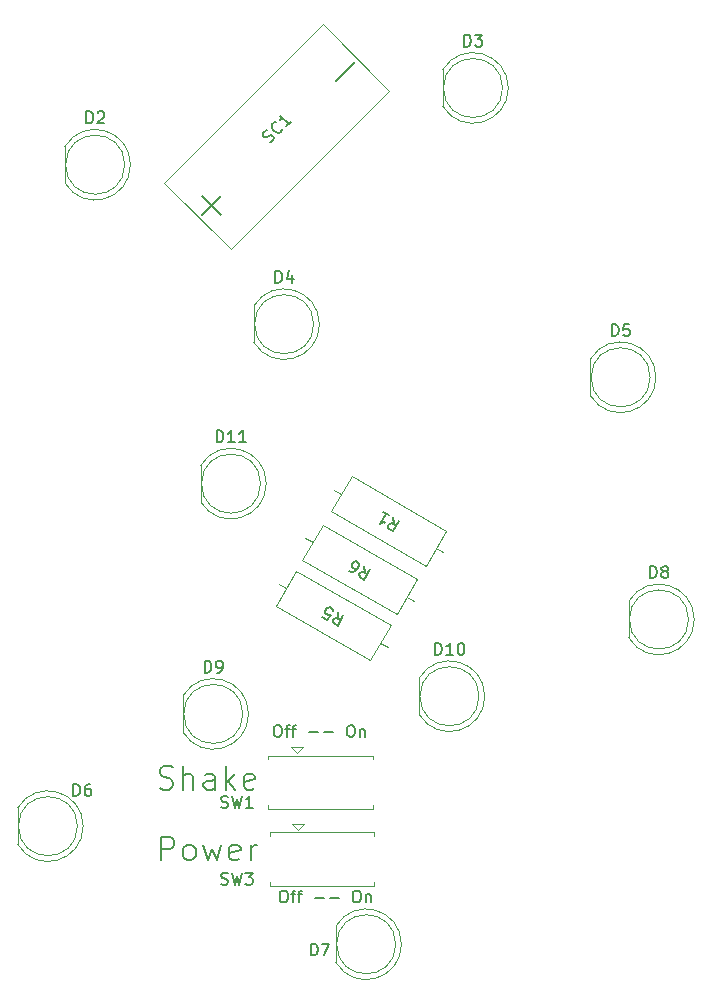
<source format=gbr>
%TF.GenerationSoftware,KiCad,Pcbnew,(6.0.11)*%
%TF.CreationDate,2023-03-05T17:51:38+00:00*%
%TF.ProjectId,easter,65617374-6572-42e6-9b69-6361645f7063,rev?*%
%TF.SameCoordinates,Original*%
%TF.FileFunction,Legend,Top*%
%TF.FilePolarity,Positive*%
%FSLAX46Y46*%
G04 Gerber Fmt 4.6, Leading zero omitted, Abs format (unit mm)*
G04 Created by KiCad (PCBNEW (6.0.11)) date 2023-03-05 17:51:38*
%MOMM*%
%LPD*%
G01*
G04 APERTURE LIST*
%ADD10C,0.150000*%
%ADD11C,0.120000*%
G04 APERTURE END LIST*
D10*
X111547619Y-107404761D02*
X111547619Y-105404761D01*
X112309523Y-105404761D01*
X112500000Y-105500000D01*
X112595238Y-105595238D01*
X112690476Y-105785714D01*
X112690476Y-106071428D01*
X112595238Y-106261904D01*
X112500000Y-106357142D01*
X112309523Y-106452380D01*
X111547619Y-106452380D01*
X113833333Y-107404761D02*
X113642857Y-107309523D01*
X113547619Y-107214285D01*
X113452380Y-107023809D01*
X113452380Y-106452380D01*
X113547619Y-106261904D01*
X113642857Y-106166666D01*
X113833333Y-106071428D01*
X114119047Y-106071428D01*
X114309523Y-106166666D01*
X114404761Y-106261904D01*
X114500000Y-106452380D01*
X114500000Y-107023809D01*
X114404761Y-107214285D01*
X114309523Y-107309523D01*
X114119047Y-107404761D01*
X113833333Y-107404761D01*
X115166666Y-106071428D02*
X115547619Y-107404761D01*
X115928571Y-106452380D01*
X116309523Y-107404761D01*
X116690476Y-106071428D01*
X118214285Y-107309523D02*
X118023809Y-107404761D01*
X117642857Y-107404761D01*
X117452380Y-107309523D01*
X117357142Y-107119047D01*
X117357142Y-106357142D01*
X117452380Y-106166666D01*
X117642857Y-106071428D01*
X118023809Y-106071428D01*
X118214285Y-106166666D01*
X118309523Y-106357142D01*
X118309523Y-106547619D01*
X117357142Y-106738095D01*
X119166666Y-107404761D02*
X119166666Y-106071428D01*
X119166666Y-106452380D02*
X119261904Y-106261904D01*
X119357142Y-106166666D01*
X119547619Y-106071428D01*
X119738095Y-106071428D01*
X121857142Y-109952380D02*
X122047619Y-109952380D01*
X122142857Y-110000000D01*
X122238095Y-110095238D01*
X122285714Y-110285714D01*
X122285714Y-110619047D01*
X122238095Y-110809523D01*
X122142857Y-110904761D01*
X122047619Y-110952380D01*
X121857142Y-110952380D01*
X121761904Y-110904761D01*
X121666666Y-110809523D01*
X121619047Y-110619047D01*
X121619047Y-110285714D01*
X121666666Y-110095238D01*
X121761904Y-110000000D01*
X121857142Y-109952380D01*
X122571428Y-110285714D02*
X122952380Y-110285714D01*
X122714285Y-110952380D02*
X122714285Y-110095238D01*
X122761904Y-110000000D01*
X122857142Y-109952380D01*
X122952380Y-109952380D01*
X123142857Y-110285714D02*
X123523809Y-110285714D01*
X123285714Y-110952380D02*
X123285714Y-110095238D01*
X123333333Y-110000000D01*
X123428571Y-109952380D01*
X123523809Y-109952380D01*
X124619047Y-110571428D02*
X125380952Y-110571428D01*
X125857142Y-110571428D02*
X126619047Y-110571428D01*
X128047619Y-109952380D02*
X128238095Y-109952380D01*
X128333333Y-110000000D01*
X128428571Y-110095238D01*
X128476190Y-110285714D01*
X128476190Y-110619047D01*
X128428571Y-110809523D01*
X128333333Y-110904761D01*
X128238095Y-110952380D01*
X128047619Y-110952380D01*
X127952380Y-110904761D01*
X127857142Y-110809523D01*
X127809523Y-110619047D01*
X127809523Y-110285714D01*
X127857142Y-110095238D01*
X127952380Y-110000000D01*
X128047619Y-109952380D01*
X128904761Y-110285714D02*
X128904761Y-110952380D01*
X128904761Y-110380952D02*
X128952380Y-110333333D01*
X129047619Y-110285714D01*
X129190476Y-110285714D01*
X129285714Y-110333333D01*
X129333333Y-110428571D01*
X129333333Y-110952380D01*
X121357142Y-95952380D02*
X121547619Y-95952380D01*
X121642857Y-96000000D01*
X121738095Y-96095238D01*
X121785714Y-96285714D01*
X121785714Y-96619047D01*
X121738095Y-96809523D01*
X121642857Y-96904761D01*
X121547619Y-96952380D01*
X121357142Y-96952380D01*
X121261904Y-96904761D01*
X121166666Y-96809523D01*
X121119047Y-96619047D01*
X121119047Y-96285714D01*
X121166666Y-96095238D01*
X121261904Y-96000000D01*
X121357142Y-95952380D01*
X122071428Y-96285714D02*
X122452380Y-96285714D01*
X122214285Y-96952380D02*
X122214285Y-96095238D01*
X122261904Y-96000000D01*
X122357142Y-95952380D01*
X122452380Y-95952380D01*
X122642857Y-96285714D02*
X123023809Y-96285714D01*
X122785714Y-96952380D02*
X122785714Y-96095238D01*
X122833333Y-96000000D01*
X122928571Y-95952380D01*
X123023809Y-95952380D01*
X124119047Y-96571428D02*
X124880952Y-96571428D01*
X125357142Y-96571428D02*
X126119047Y-96571428D01*
X127547619Y-95952380D02*
X127738095Y-95952380D01*
X127833333Y-96000000D01*
X127928571Y-96095238D01*
X127976190Y-96285714D01*
X127976190Y-96619047D01*
X127928571Y-96809523D01*
X127833333Y-96904761D01*
X127738095Y-96952380D01*
X127547619Y-96952380D01*
X127452380Y-96904761D01*
X127357142Y-96809523D01*
X127309523Y-96619047D01*
X127309523Y-96285714D01*
X127357142Y-96095238D01*
X127452380Y-96000000D01*
X127547619Y-95952380D01*
X128404761Y-96285714D02*
X128404761Y-96952380D01*
X128404761Y-96380952D02*
X128452380Y-96333333D01*
X128547619Y-96285714D01*
X128690476Y-96285714D01*
X128785714Y-96333333D01*
X128833333Y-96428571D01*
X128833333Y-96952380D01*
X111452380Y-101309523D02*
X111738095Y-101404761D01*
X112214285Y-101404761D01*
X112404761Y-101309523D01*
X112500000Y-101214285D01*
X112595238Y-101023809D01*
X112595238Y-100833333D01*
X112500000Y-100642857D01*
X112404761Y-100547619D01*
X112214285Y-100452380D01*
X111833333Y-100357142D01*
X111642857Y-100261904D01*
X111547619Y-100166666D01*
X111452380Y-99976190D01*
X111452380Y-99785714D01*
X111547619Y-99595238D01*
X111642857Y-99500000D01*
X111833333Y-99404761D01*
X112309523Y-99404761D01*
X112595238Y-99500000D01*
X113452380Y-101404761D02*
X113452380Y-99404761D01*
X114309523Y-101404761D02*
X114309523Y-100357142D01*
X114214285Y-100166666D01*
X114023809Y-100071428D01*
X113738095Y-100071428D01*
X113547619Y-100166666D01*
X113452380Y-100261904D01*
X116119047Y-101404761D02*
X116119047Y-100357142D01*
X116023809Y-100166666D01*
X115833333Y-100071428D01*
X115452380Y-100071428D01*
X115261904Y-100166666D01*
X116119047Y-101309523D02*
X115928571Y-101404761D01*
X115452380Y-101404761D01*
X115261904Y-101309523D01*
X115166666Y-101119047D01*
X115166666Y-100928571D01*
X115261904Y-100738095D01*
X115452380Y-100642857D01*
X115928571Y-100642857D01*
X116119047Y-100547619D01*
X117071428Y-101404761D02*
X117071428Y-99404761D01*
X117261904Y-100642857D02*
X117833333Y-101404761D01*
X117833333Y-100071428D02*
X117071428Y-100833333D01*
X119452380Y-101309523D02*
X119261904Y-101404761D01*
X118880952Y-101404761D01*
X118690476Y-101309523D01*
X118595238Y-101119047D01*
X118595238Y-100357142D01*
X118690476Y-100166666D01*
X118880952Y-100071428D01*
X119261904Y-100071428D01*
X119452380Y-100166666D01*
X119547619Y-100357142D01*
X119547619Y-100547619D01*
X118595238Y-100738095D01*
%TO.C,D5*%
X149746904Y-62992380D02*
X149746904Y-61992380D01*
X149985000Y-61992380D01*
X150127857Y-62040000D01*
X150223095Y-62135238D01*
X150270714Y-62230476D01*
X150318333Y-62420952D01*
X150318333Y-62563809D01*
X150270714Y-62754285D01*
X150223095Y-62849523D01*
X150127857Y-62944761D01*
X149985000Y-62992380D01*
X149746904Y-62992380D01*
X151223095Y-61992380D02*
X150746904Y-61992380D01*
X150699285Y-62468571D01*
X150746904Y-62420952D01*
X150842142Y-62373333D01*
X151080238Y-62373333D01*
X151175476Y-62420952D01*
X151223095Y-62468571D01*
X151270714Y-62563809D01*
X151270714Y-62801904D01*
X151223095Y-62897142D01*
X151175476Y-62944761D01*
X151080238Y-62992380D01*
X150842142Y-62992380D01*
X150746904Y-62944761D01*
X150699285Y-62897142D01*
%TO.C,D8*%
X152991904Y-83492380D02*
X152991904Y-82492380D01*
X153230000Y-82492380D01*
X153372857Y-82540000D01*
X153468095Y-82635238D01*
X153515714Y-82730476D01*
X153563333Y-82920952D01*
X153563333Y-83063809D01*
X153515714Y-83254285D01*
X153468095Y-83349523D01*
X153372857Y-83444761D01*
X153230000Y-83492380D01*
X152991904Y-83492380D01*
X154134761Y-82920952D02*
X154039523Y-82873333D01*
X153991904Y-82825714D01*
X153944285Y-82730476D01*
X153944285Y-82682857D01*
X153991904Y-82587619D01*
X154039523Y-82540000D01*
X154134761Y-82492380D01*
X154325238Y-82492380D01*
X154420476Y-82540000D01*
X154468095Y-82587619D01*
X154515714Y-82682857D01*
X154515714Y-82730476D01*
X154468095Y-82825714D01*
X154420476Y-82873333D01*
X154325238Y-82920952D01*
X154134761Y-82920952D01*
X154039523Y-82968571D01*
X153991904Y-83016190D01*
X153944285Y-83111428D01*
X153944285Y-83301904D01*
X153991904Y-83397142D01*
X154039523Y-83444761D01*
X154134761Y-83492380D01*
X154325238Y-83492380D01*
X154420476Y-83444761D01*
X154468095Y-83397142D01*
X154515714Y-83301904D01*
X154515714Y-83111428D01*
X154468095Y-83016190D01*
X154420476Y-82968571D01*
X154325238Y-82920952D01*
%TO.C,D7*%
X124261904Y-115452380D02*
X124261904Y-114452380D01*
X124500000Y-114452380D01*
X124642857Y-114500000D01*
X124738095Y-114595238D01*
X124785714Y-114690476D01*
X124833333Y-114880952D01*
X124833333Y-115023809D01*
X124785714Y-115214285D01*
X124738095Y-115309523D01*
X124642857Y-115404761D01*
X124500000Y-115452380D01*
X124261904Y-115452380D01*
X125166666Y-114452380D02*
X125833333Y-114452380D01*
X125404761Y-115452380D01*
%TO.C,R6*%
X128771267Y-82466559D02*
X128821846Y-83045619D01*
X129266138Y-82752274D02*
X128766138Y-83618299D01*
X128436224Y-83427823D01*
X128377555Y-83338965D01*
X128360125Y-83273916D01*
X128366505Y-83167628D01*
X128437933Y-83043910D01*
X128526792Y-82985241D01*
X128591840Y-82967811D01*
X128698129Y-82974191D01*
X129028043Y-83164667D01*
X127528959Y-82904013D02*
X127693916Y-82999252D01*
X127800204Y-83005631D01*
X127865253Y-82988201D01*
X128019160Y-82912103D01*
X128155638Y-82770955D01*
X128346114Y-82441040D01*
X128352494Y-82334752D01*
X128335064Y-82269704D01*
X128276395Y-82180845D01*
X128111438Y-82085607D01*
X128005150Y-82079227D01*
X127940101Y-82096657D01*
X127851242Y-82155326D01*
X127732195Y-82361523D01*
X127725815Y-82467811D01*
X127743245Y-82532860D01*
X127801914Y-82621718D01*
X127966871Y-82716956D01*
X128073159Y-82723336D01*
X128138208Y-82705906D01*
X128227066Y-82647237D01*
%TO.C,D9*%
X115256904Y-91492380D02*
X115256904Y-90492380D01*
X115495000Y-90492380D01*
X115637857Y-90540000D01*
X115733095Y-90635238D01*
X115780714Y-90730476D01*
X115828333Y-90920952D01*
X115828333Y-91063809D01*
X115780714Y-91254285D01*
X115733095Y-91349523D01*
X115637857Y-91444761D01*
X115495000Y-91492380D01*
X115256904Y-91492380D01*
X116304523Y-91492380D02*
X116495000Y-91492380D01*
X116590238Y-91444761D01*
X116637857Y-91397142D01*
X116733095Y-91254285D01*
X116780714Y-91063809D01*
X116780714Y-90682857D01*
X116733095Y-90587619D01*
X116685476Y-90540000D01*
X116590238Y-90492380D01*
X116399761Y-90492380D01*
X116304523Y-90540000D01*
X116256904Y-90587619D01*
X116209285Y-90682857D01*
X116209285Y-90920952D01*
X116256904Y-91016190D01*
X116304523Y-91063809D01*
X116399761Y-91111428D01*
X116590238Y-91111428D01*
X116685476Y-91063809D01*
X116733095Y-91016190D01*
X116780714Y-90920952D01*
%TO.C,D6*%
X104161904Y-101952380D02*
X104161904Y-100952380D01*
X104400000Y-100952380D01*
X104542857Y-101000000D01*
X104638095Y-101095238D01*
X104685714Y-101190476D01*
X104733333Y-101380952D01*
X104733333Y-101523809D01*
X104685714Y-101714285D01*
X104638095Y-101809523D01*
X104542857Y-101904761D01*
X104400000Y-101952380D01*
X104161904Y-101952380D01*
X105590476Y-100952380D02*
X105400000Y-100952380D01*
X105304761Y-101000000D01*
X105257142Y-101047619D01*
X105161904Y-101190476D01*
X105114285Y-101380952D01*
X105114285Y-101761904D01*
X105161904Y-101857142D01*
X105209523Y-101904761D01*
X105304761Y-101952380D01*
X105495238Y-101952380D01*
X105590476Y-101904761D01*
X105638095Y-101857142D01*
X105685714Y-101761904D01*
X105685714Y-101523809D01*
X105638095Y-101428571D01*
X105590476Y-101380952D01*
X105495238Y-101333333D01*
X105304761Y-101333333D01*
X105209523Y-101380952D01*
X105161904Y-101428571D01*
X105114285Y-101523809D01*
%TO.C,SW1*%
X116666666Y-102904761D02*
X116809523Y-102952380D01*
X117047619Y-102952380D01*
X117142857Y-102904761D01*
X117190476Y-102857142D01*
X117238095Y-102761904D01*
X117238095Y-102666666D01*
X117190476Y-102571428D01*
X117142857Y-102523809D01*
X117047619Y-102476190D01*
X116857142Y-102428571D01*
X116761904Y-102380952D01*
X116714285Y-102333333D01*
X116666666Y-102238095D01*
X116666666Y-102142857D01*
X116714285Y-102047619D01*
X116761904Y-102000000D01*
X116857142Y-101952380D01*
X117095238Y-101952380D01*
X117238095Y-102000000D01*
X117571428Y-101952380D02*
X117809523Y-102952380D01*
X118000000Y-102238095D01*
X118190476Y-102952380D01*
X118428571Y-101952380D01*
X119333333Y-102952380D02*
X118761904Y-102952380D01*
X119047619Y-102952380D02*
X119047619Y-101952380D01*
X118952380Y-102095238D01*
X118857142Y-102190476D01*
X118761904Y-102238095D01*
%TO.C,SW3*%
X116666666Y-109404761D02*
X116809523Y-109452380D01*
X117047619Y-109452380D01*
X117142857Y-109404761D01*
X117190476Y-109357142D01*
X117238095Y-109261904D01*
X117238095Y-109166666D01*
X117190476Y-109071428D01*
X117142857Y-109023809D01*
X117047619Y-108976190D01*
X116857142Y-108928571D01*
X116761904Y-108880952D01*
X116714285Y-108833333D01*
X116666666Y-108738095D01*
X116666666Y-108642857D01*
X116714285Y-108547619D01*
X116761904Y-108500000D01*
X116857142Y-108452380D01*
X117095238Y-108452380D01*
X117238095Y-108500000D01*
X117571428Y-108452380D02*
X117809523Y-109452380D01*
X118000000Y-108738095D01*
X118190476Y-109452380D01*
X118428571Y-108452380D01*
X118714285Y-108452380D02*
X119333333Y-108452380D01*
X119000000Y-108833333D01*
X119142857Y-108833333D01*
X119238095Y-108880952D01*
X119285714Y-108928571D01*
X119333333Y-109023809D01*
X119333333Y-109261904D01*
X119285714Y-109357142D01*
X119238095Y-109404761D01*
X119142857Y-109452380D01*
X118857142Y-109452380D01*
X118761904Y-109404761D01*
X118714285Y-109357142D01*
%TO.C,D10*%
X134780714Y-89992380D02*
X134780714Y-88992380D01*
X135018809Y-88992380D01*
X135161666Y-89040000D01*
X135256904Y-89135238D01*
X135304523Y-89230476D01*
X135352142Y-89420952D01*
X135352142Y-89563809D01*
X135304523Y-89754285D01*
X135256904Y-89849523D01*
X135161666Y-89944761D01*
X135018809Y-89992380D01*
X134780714Y-89992380D01*
X136304523Y-89992380D02*
X135733095Y-89992380D01*
X136018809Y-89992380D02*
X136018809Y-88992380D01*
X135923571Y-89135238D01*
X135828333Y-89230476D01*
X135733095Y-89278095D01*
X136923571Y-88992380D02*
X137018809Y-88992380D01*
X137114047Y-89040000D01*
X137161666Y-89087619D01*
X137209285Y-89182857D01*
X137256904Y-89373333D01*
X137256904Y-89611428D01*
X137209285Y-89801904D01*
X137161666Y-89897142D01*
X137114047Y-89944761D01*
X137018809Y-89992380D01*
X136923571Y-89992380D01*
X136828333Y-89944761D01*
X136780714Y-89897142D01*
X136733095Y-89801904D01*
X136685476Y-89611428D01*
X136685476Y-89373333D01*
X136733095Y-89182857D01*
X136780714Y-89087619D01*
X136828333Y-89040000D01*
X136923571Y-88992380D01*
%TO.C,D4*%
X121256904Y-58492380D02*
X121256904Y-57492380D01*
X121495000Y-57492380D01*
X121637857Y-57540000D01*
X121733095Y-57635238D01*
X121780714Y-57730476D01*
X121828333Y-57920952D01*
X121828333Y-58063809D01*
X121780714Y-58254285D01*
X121733095Y-58349523D01*
X121637857Y-58444761D01*
X121495000Y-58492380D01*
X121256904Y-58492380D01*
X122685476Y-57825714D02*
X122685476Y-58492380D01*
X122447380Y-57444761D02*
X122209285Y-58159047D01*
X122828333Y-58159047D01*
%TO.C,R5*%
X126521264Y-86363674D02*
X126571843Y-86942734D01*
X127016135Y-86649389D02*
X126516135Y-87515414D01*
X126186221Y-87324938D01*
X126127552Y-87236080D01*
X126110122Y-87171031D01*
X126116502Y-87064743D01*
X126187930Y-86941025D01*
X126276789Y-86882356D01*
X126341837Y-86864926D01*
X126448126Y-86871306D01*
X126778040Y-87061782D01*
X125237717Y-86777319D02*
X125650110Y-87015414D01*
X125929444Y-86626831D01*
X125864396Y-86644260D01*
X125758107Y-86637881D01*
X125551911Y-86518833D01*
X125493242Y-86429975D01*
X125475812Y-86364926D01*
X125482192Y-86258638D01*
X125601239Y-86052441D01*
X125690098Y-85993772D01*
X125755147Y-85976342D01*
X125861435Y-85982722D01*
X126067631Y-86101770D01*
X126126300Y-86190628D01*
X126143730Y-86255677D01*
%TO.C,SC1*%
X120762180Y-46603133D02*
X120896867Y-46535789D01*
X121065226Y-46367431D01*
X121098897Y-46266415D01*
X121098897Y-46199072D01*
X121065226Y-46098057D01*
X120997882Y-46030713D01*
X120896867Y-45997041D01*
X120829523Y-45997041D01*
X120728508Y-46030713D01*
X120560149Y-46131728D01*
X120459134Y-46165400D01*
X120391791Y-46165400D01*
X120290775Y-46131728D01*
X120223432Y-46064385D01*
X120189760Y-45963370D01*
X120189760Y-45896026D01*
X120223432Y-45795011D01*
X120391791Y-45626652D01*
X120526478Y-45559309D01*
X121839676Y-45458293D02*
X121839676Y-45525637D01*
X121772333Y-45660324D01*
X121704989Y-45727667D01*
X121570302Y-45795011D01*
X121435615Y-45795011D01*
X121334600Y-45761339D01*
X121166241Y-45660324D01*
X121065226Y-45559309D01*
X120964210Y-45390950D01*
X120930539Y-45289934D01*
X120930539Y-45155247D01*
X120997882Y-45020560D01*
X121065226Y-44953217D01*
X121199913Y-44885873D01*
X121267256Y-44885873D01*
X122580455Y-44852202D02*
X122176394Y-45256263D01*
X122378424Y-45054232D02*
X121671317Y-44347125D01*
X121704989Y-44515484D01*
X121704989Y-44650171D01*
X121671317Y-44751186D01*
X126368526Y-41434518D02*
X127984770Y-39818274D01*
X115054817Y-52748227D02*
X116671061Y-51131983D01*
X116671061Y-52748227D02*
X115054817Y-51131983D01*
%TO.C,D3*%
X137246904Y-38492380D02*
X137246904Y-37492380D01*
X137485000Y-37492380D01*
X137627857Y-37540000D01*
X137723095Y-37635238D01*
X137770714Y-37730476D01*
X137818333Y-37920952D01*
X137818333Y-38063809D01*
X137770714Y-38254285D01*
X137723095Y-38349523D01*
X137627857Y-38444761D01*
X137485000Y-38492380D01*
X137246904Y-38492380D01*
X138151666Y-37492380D02*
X138770714Y-37492380D01*
X138437380Y-37873333D01*
X138580238Y-37873333D01*
X138675476Y-37920952D01*
X138723095Y-37968571D01*
X138770714Y-38063809D01*
X138770714Y-38301904D01*
X138723095Y-38397142D01*
X138675476Y-38444761D01*
X138580238Y-38492380D01*
X138294523Y-38492380D01*
X138199285Y-38444761D01*
X138151666Y-38397142D01*
%TO.C,R1*%
X131221267Y-78366559D02*
X131271846Y-78945619D01*
X131716138Y-78652274D02*
X131216138Y-79518299D01*
X130886224Y-79327823D01*
X130827555Y-79238965D01*
X130810125Y-79173916D01*
X130816505Y-79067628D01*
X130887933Y-78943910D01*
X130976792Y-78885241D01*
X131041840Y-78867811D01*
X131148129Y-78874191D01*
X131478043Y-79064667D01*
X130396480Y-77890369D02*
X130891352Y-78176083D01*
X130643916Y-78033226D02*
X130143916Y-78899252D01*
X130297823Y-78823153D01*
X130427921Y-78788293D01*
X130534209Y-78794673D01*
%TO.C,D2*%
X105256904Y-44992380D02*
X105256904Y-43992380D01*
X105495000Y-43992380D01*
X105637857Y-44040000D01*
X105733095Y-44135238D01*
X105780714Y-44230476D01*
X105828333Y-44420952D01*
X105828333Y-44563809D01*
X105780714Y-44754285D01*
X105733095Y-44849523D01*
X105637857Y-44944761D01*
X105495000Y-44992380D01*
X105256904Y-44992380D01*
X106209285Y-44087619D02*
X106256904Y-44040000D01*
X106352142Y-43992380D01*
X106590238Y-43992380D01*
X106685476Y-44040000D01*
X106733095Y-44087619D01*
X106780714Y-44182857D01*
X106780714Y-44278095D01*
X106733095Y-44420952D01*
X106161666Y-44992380D01*
X106780714Y-44992380D01*
%TO.C,D11*%
X116280714Y-71992380D02*
X116280714Y-70992380D01*
X116518809Y-70992380D01*
X116661666Y-71040000D01*
X116756904Y-71135238D01*
X116804523Y-71230476D01*
X116852142Y-71420952D01*
X116852142Y-71563809D01*
X116804523Y-71754285D01*
X116756904Y-71849523D01*
X116661666Y-71944761D01*
X116518809Y-71992380D01*
X116280714Y-71992380D01*
X117804523Y-71992380D02*
X117233095Y-71992380D01*
X117518809Y-71992380D02*
X117518809Y-70992380D01*
X117423571Y-71135238D01*
X117328333Y-71230476D01*
X117233095Y-71278095D01*
X118756904Y-71992380D02*
X118185476Y-71992380D01*
X118471190Y-71992380D02*
X118471190Y-70992380D01*
X118375952Y-71135238D01*
X118280714Y-71230476D01*
X118185476Y-71278095D01*
D11*
%TO.C,D5*%
X147925000Y-64955000D02*
X147925000Y-68045000D01*
X153475000Y-66500462D02*
G75*
G03*
X147925000Y-64955170I-2990000J462D01*
G01*
X147925000Y-68044830D02*
G75*
G03*
X153475000Y-66499538I2560000J1544830D01*
G01*
X152985000Y-66500000D02*
G75*
G03*
X152985000Y-66500000I-2500000J0D01*
G01*
%TO.C,D8*%
X151170000Y-85455000D02*
X151170000Y-88545000D01*
X156720000Y-87000462D02*
G75*
G03*
X151170000Y-85455170I-2990000J462D01*
G01*
X151170000Y-88544830D02*
G75*
G03*
X156720000Y-86999538I2560000J1544830D01*
G01*
X156230000Y-87000000D02*
G75*
G03*
X156230000Y-87000000I-2500000J0D01*
G01*
%TO.C,D7*%
X126380000Y-112955000D02*
X126380000Y-116045000D01*
X131930000Y-114500462D02*
G75*
G03*
X126380000Y-112955170I-2990000J462D01*
G01*
X126380000Y-116044830D02*
G75*
G03*
X131930000Y-114499538I2560000J1544830D01*
G01*
X131440000Y-114500000D02*
G75*
G03*
X131440000Y-114500000I-2500000J0D01*
G01*
%TO.C,R6*%
X123539701Y-81954564D02*
X131541776Y-86574564D01*
X125259701Y-78975436D02*
X123539701Y-81954564D01*
X123802144Y-80120000D02*
X124399701Y-80465000D01*
X131541776Y-86574564D02*
X133261776Y-83595436D01*
X133261776Y-83595436D02*
X125259701Y-78975436D01*
X132999334Y-85430000D02*
X132401776Y-85085000D01*
%TO.C,D9*%
X113435000Y-93455000D02*
X113435000Y-96545000D01*
X118985000Y-95000462D02*
G75*
G03*
X113435000Y-93455170I-2990000J462D01*
G01*
X113435000Y-96544830D02*
G75*
G03*
X118985000Y-94999538I2560000J1544830D01*
G01*
X118495000Y-95000000D02*
G75*
G03*
X118495000Y-95000000I-2500000J0D01*
G01*
%TO.C,D6*%
X99435000Y-102955000D02*
X99435000Y-106045000D01*
X104985000Y-104500462D02*
G75*
G03*
X99435000Y-102955170I-2990000J462D01*
G01*
X99435000Y-106044830D02*
G75*
G03*
X104985000Y-104499538I2560000J1544830D01*
G01*
X104495000Y-104500000D02*
G75*
G03*
X104495000Y-104500000I-2500000J0D01*
G01*
%TO.C,SW1*%
X123580000Y-97825000D02*
X122580000Y-97825000D01*
X122580000Y-97825000D02*
X123080000Y-98325000D01*
X129490000Y-103045000D02*
X129490000Y-102735000D01*
X120670000Y-98525000D02*
X129490000Y-98525000D01*
X129490000Y-98525000D02*
X129490000Y-98835000D01*
X120670000Y-98835000D02*
X120670000Y-98525000D01*
X123080000Y-98325000D02*
X123580000Y-97825000D01*
X120670000Y-103045000D02*
X120670000Y-102735000D01*
X129490000Y-103045000D02*
X120670000Y-103045000D01*
%TO.C,SW3*%
X120770000Y-105335000D02*
X120770000Y-105025000D01*
X122680000Y-104325000D02*
X123180000Y-104825000D01*
X129590000Y-105025000D02*
X129590000Y-105335000D01*
X120770000Y-109545000D02*
X120770000Y-109235000D01*
X123680000Y-104325000D02*
X122680000Y-104325000D01*
X123180000Y-104825000D02*
X123680000Y-104325000D01*
X129590000Y-109545000D02*
X120770000Y-109545000D01*
X129590000Y-109545000D02*
X129590000Y-109235000D01*
X120770000Y-105025000D02*
X129590000Y-105025000D01*
%TO.C,D10*%
X133435000Y-91955000D02*
X133435000Y-95045000D01*
X133435000Y-95044830D02*
G75*
G03*
X138985000Y-93499538I2560000J1544830D01*
G01*
X138985000Y-93500462D02*
G75*
G03*
X133435000Y-91955170I-2990000J462D01*
G01*
X138495000Y-93500000D02*
G75*
G03*
X138495000Y-93500000I-2500000J0D01*
G01*
%TO.C,D4*%
X119435000Y-60455000D02*
X119435000Y-63545000D01*
X124985000Y-62000462D02*
G75*
G03*
X119435000Y-60455170I-2990000J462D01*
G01*
X119435000Y-63544830D02*
G75*
G03*
X124985000Y-61999538I2560000J1544830D01*
G01*
X124495000Y-62000000D02*
G75*
G03*
X124495000Y-62000000I-2500000J0D01*
G01*
%TO.C,R5*%
X130749331Y-89327115D02*
X130151773Y-88982115D01*
X123009698Y-82872551D02*
X121289698Y-85851679D01*
X129291773Y-90471679D02*
X131011773Y-87492551D01*
X121289698Y-85851679D02*
X129291773Y-90471679D01*
X121552141Y-84017115D02*
X122149698Y-84362115D01*
X131011773Y-87492551D02*
X123009698Y-82872551D01*
%TO.C,SC1*%
X111822330Y-50020816D02*
X125257359Y-36585787D01*
X125257359Y-36585787D02*
X130914213Y-42242641D01*
X130914213Y-42242641D02*
X117479184Y-55677670D01*
X117479184Y-55677670D02*
X111822330Y-50020816D01*
%TO.C,D3*%
X135425000Y-40455000D02*
X135425000Y-43545000D01*
X135425000Y-43544830D02*
G75*
G03*
X140975000Y-41999538I2560000J1544830D01*
G01*
X140975000Y-42000462D02*
G75*
G03*
X135425000Y-40455170I-2990000J462D01*
G01*
X140485000Y-42000000D02*
G75*
G03*
X140485000Y-42000000I-2500000J0D01*
G01*
%TO.C,R1*%
X127709701Y-74875436D02*
X125989701Y-77854564D01*
X125989701Y-77854564D02*
X133991776Y-82474564D01*
X135711776Y-79495436D02*
X127709701Y-74875436D01*
X135449334Y-81330000D02*
X134851776Y-80985000D01*
X126252144Y-76020000D02*
X126849701Y-76365000D01*
X133991776Y-82474564D02*
X135711776Y-79495436D01*
%TO.C,D2*%
X103435000Y-46955000D02*
X103435000Y-50045000D01*
X103435000Y-50044830D02*
G75*
G03*
X108985000Y-48499538I2560000J1544830D01*
G01*
X108985000Y-48500462D02*
G75*
G03*
X103435000Y-46955170I-2990000J462D01*
G01*
X108495000Y-48500000D02*
G75*
G03*
X108495000Y-48500000I-2500000J0D01*
G01*
%TO.C,D11*%
X114935000Y-73955000D02*
X114935000Y-77045000D01*
X114935000Y-77044830D02*
G75*
G03*
X120485000Y-75499538I2560000J1544830D01*
G01*
X120485000Y-75500462D02*
G75*
G03*
X114935000Y-73955170I-2990000J462D01*
G01*
X119995000Y-75500000D02*
G75*
G03*
X119995000Y-75500000I-2500000J0D01*
G01*
%TD*%
M02*

</source>
